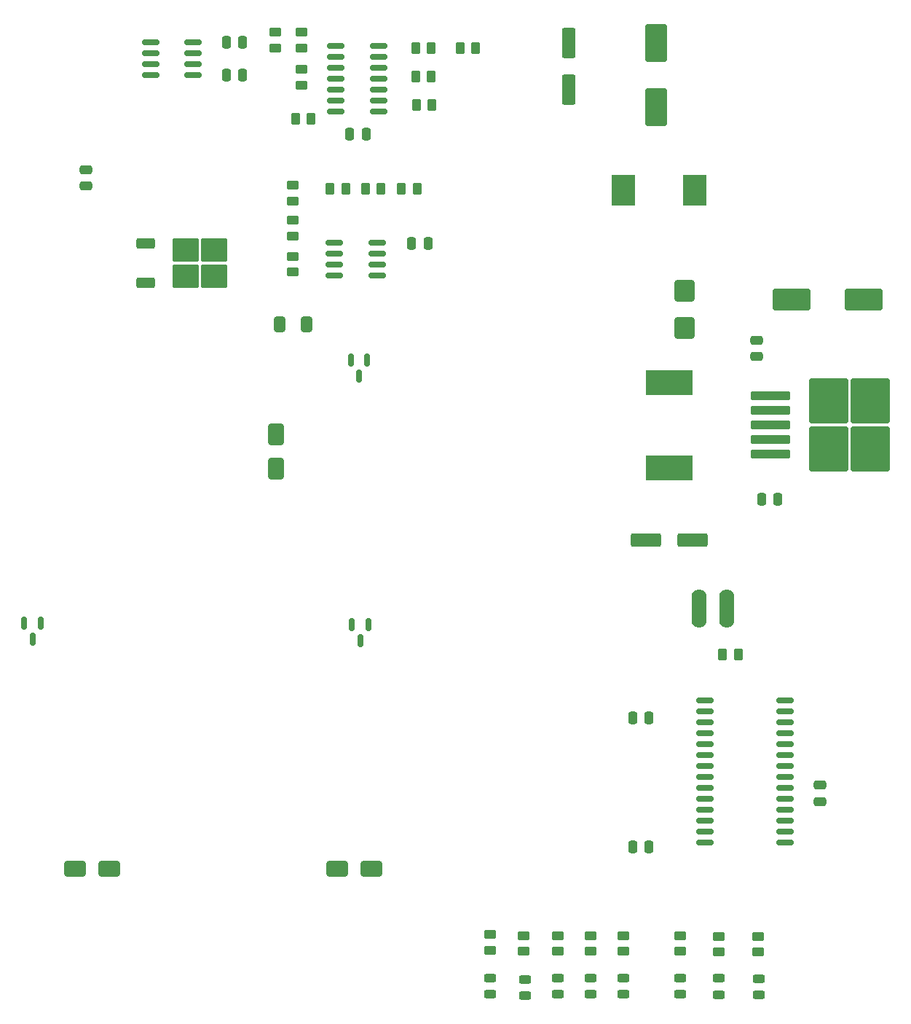
<source format=gtp>
G04 #@! TF.GenerationSoftware,KiCad,Pcbnew,8.0.5*
G04 #@! TF.CreationDate,2024-12-11T17:18:15+01:00*
G04 #@! TF.ProjectId,12VSupport,31325653-7570-4706-9f72-742e6b696361,1.0*
G04 #@! TF.SameCoordinates,Original*
G04 #@! TF.FileFunction,Paste,Top*
G04 #@! TF.FilePolarity,Positive*
%FSLAX46Y46*%
G04 Gerber Fmt 4.6, Leading zero omitted, Abs format (unit mm)*
G04 Created by KiCad (PCBNEW 8.0.5) date 2024-12-11 17:18:15*
%MOMM*%
%LPD*%
G01*
G04 APERTURE LIST*
G04 Aperture macros list*
%AMRoundRect*
0 Rectangle with rounded corners*
0 $1 Rounding radius*
0 $2 $3 $4 $5 $6 $7 $8 $9 X,Y pos of 4 corners*
0 Add a 4 corners polygon primitive as box body*
4,1,4,$2,$3,$4,$5,$6,$7,$8,$9,$2,$3,0*
0 Add four circle primitives for the rounded corners*
1,1,$1+$1,$2,$3*
1,1,$1+$1,$4,$5*
1,1,$1+$1,$6,$7*
1,1,$1+$1,$8,$9*
0 Add four rect primitives between the rounded corners*
20,1,$1+$1,$2,$3,$4,$5,0*
20,1,$1+$1,$4,$5,$6,$7,0*
20,1,$1+$1,$6,$7,$8,$9,0*
20,1,$1+$1,$8,$9,$2,$3,0*%
G04 Aperture macros list end*
%ADD10RoundRect,0.250000X-0.850000X-0.350000X0.850000X-0.350000X0.850000X0.350000X-0.850000X0.350000X0*%
%ADD11RoundRect,0.250000X-1.275000X-1.125000X1.275000X-1.125000X1.275000X1.125000X-1.275000X1.125000X0*%
%ADD12RoundRect,0.250000X-0.250000X-0.475000X0.250000X-0.475000X0.250000X0.475000X-0.250000X0.475000X0*%
%ADD13RoundRect,0.250000X-0.475000X0.250000X-0.475000X-0.250000X0.475000X-0.250000X0.475000X0.250000X0*%
%ADD14RoundRect,0.250000X-0.450000X0.262500X-0.450000X-0.262500X0.450000X-0.262500X0.450000X0.262500X0*%
%ADD15RoundRect,0.150000X-0.875000X-0.150000X0.875000X-0.150000X0.875000X0.150000X-0.875000X0.150000X0*%
%ADD16RoundRect,0.250000X-0.262500X-0.450000X0.262500X-0.450000X0.262500X0.450000X-0.262500X0.450000X0*%
%ADD17RoundRect,0.150000X-0.150000X0.587500X-0.150000X-0.587500X0.150000X-0.587500X0.150000X0.587500X0*%
%ADD18RoundRect,0.243750X0.456250X-0.243750X0.456250X0.243750X-0.456250X0.243750X-0.456250X-0.243750X0*%
%ADD19R,5.400000X2.900000*%
%ADD20RoundRect,0.250000X1.000000X-1.950000X1.000000X1.950000X-1.000000X1.950000X-1.000000X-1.950000X0*%
%ADD21RoundRect,0.250000X0.650000X-1.000000X0.650000X1.000000X-0.650000X1.000000X-0.650000X-1.000000X0*%
%ADD22RoundRect,0.250000X0.250000X0.475000X-0.250000X0.475000X-0.250000X-0.475000X0.250000X-0.475000X0*%
%ADD23RoundRect,0.250000X1.000000X0.650000X-1.000000X0.650000X-1.000000X-0.650000X1.000000X-0.650000X0*%
%ADD24RoundRect,0.250000X0.450000X-0.262500X0.450000X0.262500X-0.450000X0.262500X-0.450000X-0.262500X0*%
%ADD25RoundRect,0.250000X-1.500000X-0.550000X1.500000X-0.550000X1.500000X0.550000X-1.500000X0.550000X0*%
%ADD26RoundRect,0.250000X-1.950000X-1.000000X1.950000X-1.000000X1.950000X1.000000X-1.950000X1.000000X0*%
%ADD27RoundRect,0.250000X0.900000X-1.000000X0.900000X1.000000X-0.900000X1.000000X-0.900000X-1.000000X0*%
%ADD28RoundRect,0.150000X-0.825000X-0.150000X0.825000X-0.150000X0.825000X0.150000X-0.825000X0.150000X0*%
%ADD29RoundRect,0.250000X-2.050000X-0.300000X2.050000X-0.300000X2.050000X0.300000X-2.050000X0.300000X0*%
%ADD30RoundRect,0.250000X-2.025000X-2.375000X2.025000X-2.375000X2.025000X2.375000X-2.025000X2.375000X0*%
%ADD31RoundRect,0.250000X0.550000X-1.500000X0.550000X1.500000X-0.550000X1.500000X-0.550000X-1.500000X0*%
%ADD32RoundRect,0.250000X0.475000X-0.250000X0.475000X0.250000X-0.475000X0.250000X-0.475000X-0.250000X0*%
%ADD33R,2.700000X3.600000*%
%ADD34O,1.750000X4.500000*%
%ADD35RoundRect,0.250000X0.412500X0.650000X-0.412500X0.650000X-0.412500X-0.650000X0.412500X-0.650000X0*%
G04 APERTURE END LIST*
D10*
X61565500Y-70370000D03*
D11*
X66190500Y-71125000D03*
X66190500Y-74175000D03*
X69540500Y-71125000D03*
X69540500Y-74175000D03*
D10*
X61565500Y-74930000D03*
D12*
X70955500Y-46990000D03*
X72855500Y-46990000D03*
D13*
X139954000Y-133289000D03*
X139954000Y-135189000D03*
D14*
X128225000Y-150852500D03*
X128225000Y-152677500D03*
D15*
X126590000Y-123444000D03*
X126590000Y-124714000D03*
X126590000Y-125984000D03*
X126590000Y-127254000D03*
X126590000Y-128524000D03*
X126590000Y-129794000D03*
X126590000Y-131064000D03*
X126590000Y-132334000D03*
X126590000Y-133604000D03*
X126590000Y-134874000D03*
X126590000Y-136144000D03*
X126590000Y-137414000D03*
X126590000Y-138684000D03*
X126590000Y-139954000D03*
X135890000Y-139954000D03*
X135890000Y-138684000D03*
X135890000Y-137414000D03*
X135890000Y-136144000D03*
X135890000Y-134874000D03*
X135890000Y-133604000D03*
X135890000Y-132334000D03*
X135890000Y-131064000D03*
X135890000Y-129794000D03*
X135890000Y-128524000D03*
X135890000Y-127254000D03*
X135890000Y-125984000D03*
X135890000Y-124714000D03*
X135890000Y-123444000D03*
D14*
X101600000Y-150647000D03*
X101600000Y-152472000D03*
D16*
X91289500Y-64008000D03*
X93114500Y-64008000D03*
D17*
X87310000Y-83898500D03*
X85410000Y-83898500D03*
X86360000Y-85773500D03*
D18*
X123698000Y-157577000D03*
X123698000Y-155702000D03*
X109474000Y-157577000D03*
X109474000Y-155702000D03*
D12*
X70960500Y-50800000D03*
X72860500Y-50800000D03*
D14*
X105537000Y-150774000D03*
X105537000Y-152599000D03*
D16*
X78994000Y-55880000D03*
X80819000Y-55880000D03*
D19*
X122435000Y-86490000D03*
X122435000Y-96390000D03*
D16*
X128627500Y-118110000D03*
X130452500Y-118110000D03*
D12*
X133162000Y-100076000D03*
X135062000Y-100076000D03*
D16*
X98124000Y-47625000D03*
X99949000Y-47625000D03*
X92964000Y-50927000D03*
X94789000Y-50927000D03*
X93044000Y-54229000D03*
X94869000Y-54229000D03*
X83011000Y-64008000D03*
X84836000Y-64008000D03*
D18*
X105664000Y-157704000D03*
X105664000Y-155829000D03*
D14*
X132797000Y-150852500D03*
X132797000Y-152677500D03*
D20*
X120904000Y-54500000D03*
X120904000Y-47100000D03*
D14*
X123698000Y-150750500D03*
X123698000Y-152575500D03*
X78636500Y-63580000D03*
X78636500Y-65405000D03*
X78636500Y-71835000D03*
X78636500Y-73660000D03*
D13*
X132595000Y-81600000D03*
X132595000Y-83500000D03*
D18*
X128225000Y-157607000D03*
X128225000Y-155732000D03*
D14*
X78636500Y-67667500D03*
X78636500Y-69492500D03*
D17*
X49360500Y-114457000D03*
X47460500Y-114457000D03*
X48410500Y-116332000D03*
D21*
X76708000Y-96488000D03*
X76708000Y-92488000D03*
D14*
X76604500Y-45823500D03*
X76604500Y-47648500D03*
D18*
X113284000Y-157577000D03*
X113284000Y-155702000D03*
D22*
X120076000Y-140462000D03*
X118176000Y-140462000D03*
D23*
X87852000Y-143002000D03*
X83852000Y-143002000D03*
D14*
X117094000Y-150774000D03*
X117094000Y-152599000D03*
D24*
X79652500Y-47648500D03*
X79652500Y-45823500D03*
D17*
X87460500Y-114632500D03*
X85560500Y-114632500D03*
X86510500Y-116507500D03*
D16*
X87098500Y-64008000D03*
X88923500Y-64008000D03*
D22*
X120076000Y-125476000D03*
X118176000Y-125476000D03*
D25*
X119735000Y-104775000D03*
X125135000Y-104775000D03*
D26*
X136650000Y-76835000D03*
X145050000Y-76835000D03*
D27*
X124206000Y-80128000D03*
X124206000Y-75828000D03*
D18*
X132842000Y-157655500D03*
X132842000Y-155780500D03*
D14*
X109474000Y-150774000D03*
X109474000Y-152599000D03*
D28*
X62125500Y-46990000D03*
X62125500Y-48260000D03*
X62125500Y-49530000D03*
X62125500Y-50800000D03*
X67075500Y-50800000D03*
X67075500Y-49530000D03*
X67075500Y-48260000D03*
X67075500Y-46990000D03*
X83527500Y-70231000D03*
X83527500Y-71501000D03*
X83527500Y-72771000D03*
X83527500Y-74041000D03*
X88477500Y-74041000D03*
X88477500Y-72771000D03*
X88477500Y-71501000D03*
X88477500Y-70231000D03*
D29*
X134240000Y-88040000D03*
X134240000Y-89740000D03*
X134240000Y-91440000D03*
D30*
X140965000Y-88665000D03*
X140965000Y-94215000D03*
X145815000Y-88665000D03*
X145815000Y-94215000D03*
D29*
X134240000Y-93140000D03*
X134240000Y-94840000D03*
D31*
X110744000Y-52484000D03*
X110744000Y-47084000D03*
D18*
X101600000Y-157577000D03*
X101600000Y-155702000D03*
D32*
X54610000Y-63688000D03*
X54610000Y-61788000D03*
D33*
X117135000Y-64135000D03*
X125435000Y-64135000D03*
D18*
X117094000Y-157577000D03*
X117094000Y-155702000D03*
D14*
X113284000Y-150774000D03*
X113284000Y-152599000D03*
D16*
X92964000Y-47625000D03*
X94789000Y-47625000D03*
D34*
X125883000Y-112776000D03*
X129133000Y-112776000D03*
D23*
X57372000Y-143002000D03*
X53372000Y-143002000D03*
D24*
X79652500Y-51966500D03*
X79652500Y-50141500D03*
D12*
X85283000Y-57658000D03*
X87183000Y-57658000D03*
D28*
X83696000Y-47371000D03*
X83696000Y-48641000D03*
X83696000Y-49911000D03*
X83696000Y-51181000D03*
X83696000Y-52451000D03*
X83696000Y-53721000D03*
X83696000Y-54991000D03*
X88646000Y-54991000D03*
X88646000Y-53721000D03*
X88646000Y-52451000D03*
X88646000Y-51181000D03*
X88646000Y-49911000D03*
X88646000Y-48641000D03*
X88646000Y-47371000D03*
D12*
X92484500Y-70358000D03*
X94384500Y-70358000D03*
D35*
X80302500Y-79756000D03*
X77177500Y-79756000D03*
M02*

</source>
